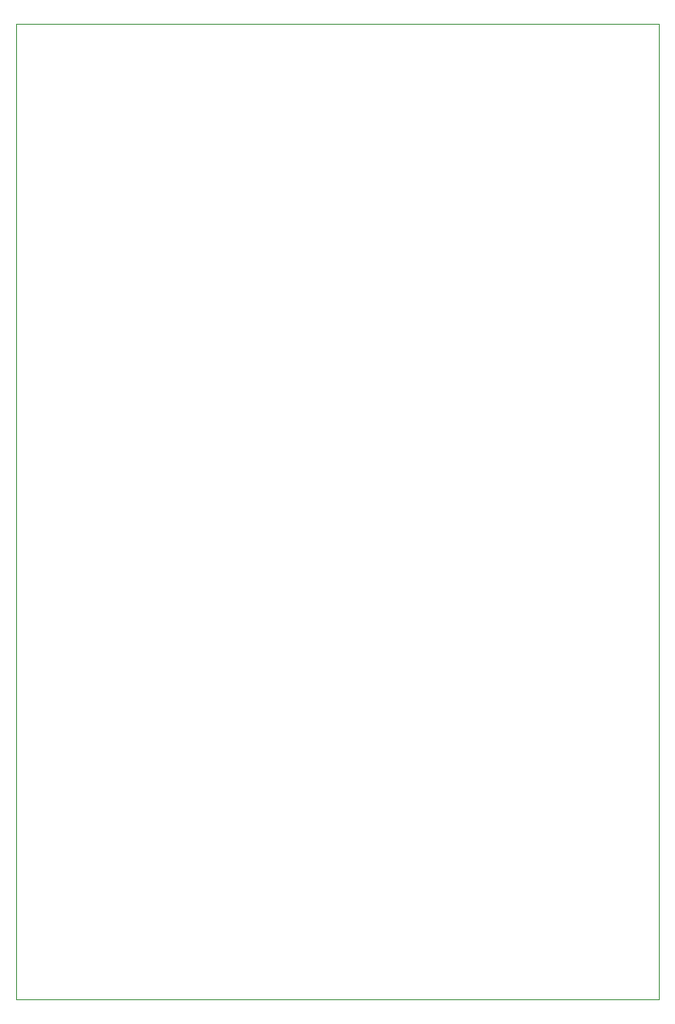
<source format=gm1>
G04 #@! TF.GenerationSoftware,KiCad,Pcbnew,8.0.6*
G04 #@! TF.CreationDate,2025-04-03T20:59:00+02:00*
G04 #@! TF.ProjectId,UV-Lamp,55562d4c-616d-4702-9e6b-696361645f70,v2.0*
G04 #@! TF.SameCoordinates,Original*
G04 #@! TF.FileFunction,Profile,NP*
%FSLAX46Y46*%
G04 Gerber Fmt 4.6, Leading zero omitted, Abs format (unit mm)*
G04 Created by KiCad (PCBNEW 8.0.6) date 2025-04-03 20:59:00*
%MOMM*%
%LPD*%
G01*
G04 APERTURE LIST*
G04 #@! TA.AperFunction,Profile*
%ADD10C,0.050000*%
G04 #@! TD*
G04 APERTURE END LIST*
D10*
X107100000Y-55800000D02*
X171100000Y-55800000D01*
X171100000Y-152800000D01*
X107100000Y-152800000D01*
X107100000Y-55800000D01*
M02*

</source>
